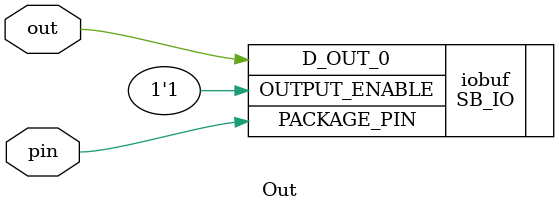
<source format=v>
module Out (
    inout pin,
    input out
);

  SB_IO #(
      .PIN_TYPE(6'b1010_01),
      .PULLUP  (1'b0)
  ) iobuf (
      .PACKAGE_PIN(pin),
      .OUTPUT_ENABLE(1'b1),
      .D_OUT_0(out)
  );

endmodule

</source>
